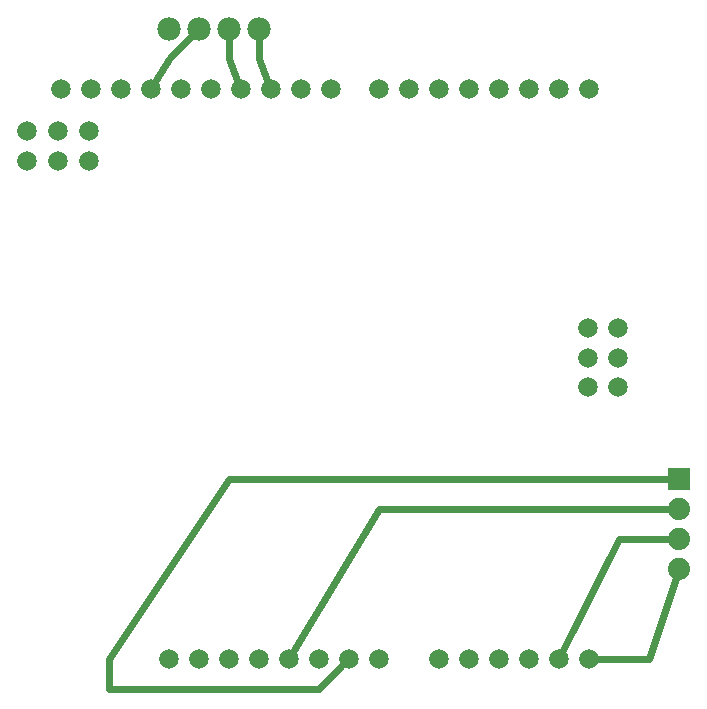
<source format=gtl>
G04 MADE WITH FRITZING*
G04 WWW.FRITZING.ORG*
G04 DOUBLE SIDED*
G04 HOLES PLATED*
G04 CONTOUR ON CENTER OF CONTOUR VECTOR*
%ASAXBY*%
%FSLAX23Y23*%
%MOIN*%
%OFA0B0*%
%SFA1.0B1.0*%
%ADD10C,0.078000*%
%ADD11C,0.074000*%
%ADD12C,0.065278*%
%ADD13R,0.074000X0.074000*%
%ADD14C,0.024000*%
%LNCOPPER1*%
G90*
G70*
G54D10*
X1141Y2639D03*
X1241Y2639D03*
G54D11*
X2841Y1139D03*
X2841Y1039D03*
X2841Y939D03*
X2841Y839D03*
G54D12*
X2141Y539D03*
X2241Y539D03*
X2341Y539D03*
X2441Y539D03*
X2541Y539D03*
X1681Y2439D03*
X1581Y2439D03*
X1481Y2439D03*
X1381Y2439D03*
X1281Y2439D03*
X1181Y2439D03*
X1081Y2439D03*
X981Y2439D03*
X881Y2439D03*
X781Y2439D03*
X2541Y2439D03*
X2441Y2439D03*
X2341Y2439D03*
X2241Y2439D03*
X2141Y2439D03*
X2041Y2439D03*
X1941Y2439D03*
X1841Y2439D03*
X1241Y539D03*
X1141Y539D03*
X1341Y539D03*
X1441Y539D03*
X1541Y539D03*
X1641Y539D03*
X1741Y539D03*
X1841Y539D03*
X2041Y539D03*
X2639Y1642D03*
X2539Y1642D03*
X2639Y1542D03*
X2539Y1542D03*
X2639Y1443D03*
X2539Y1443D03*
X771Y2296D03*
X771Y2197D03*
X875Y2296D03*
X875Y2197D03*
X667Y2296D03*
X667Y2197D03*
G54D10*
X1341Y2639D03*
X1441Y2639D03*
G54D13*
X2841Y1139D03*
G54D14*
X1341Y2539D02*
X1341Y2609D01*
D02*
X1369Y2468D02*
X1341Y2539D01*
D02*
X1441Y2539D02*
X1441Y2609D01*
D02*
X1469Y2468D02*
X1441Y2539D01*
D02*
X1097Y2466D02*
X1141Y2539D01*
D02*
X1141Y2539D02*
X1219Y2618D01*
D02*
X2831Y809D02*
X2741Y539D01*
D02*
X2741Y539D02*
X2572Y539D01*
D02*
X2641Y939D02*
X2455Y567D01*
D02*
X2810Y939D02*
X2641Y939D01*
D02*
X1841Y1039D02*
X1557Y566D01*
D02*
X2810Y1039D02*
X1841Y1039D01*
D02*
X941Y439D02*
X1641Y439D01*
D02*
X941Y539D02*
X941Y439D01*
D02*
X2810Y1139D02*
X1541Y1139D01*
D02*
X1541Y1139D02*
X1341Y1139D01*
D02*
X1641Y439D02*
X1719Y517D01*
D02*
X1341Y1139D02*
X941Y539D01*
G04 End of Copper1*
M02*
</source>
